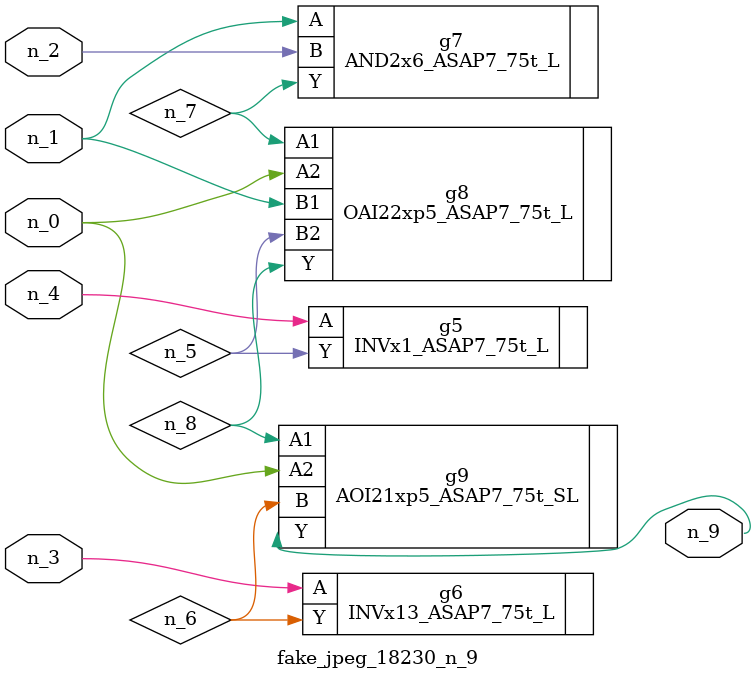
<source format=v>
module fake_jpeg_18230_n_9 (n_3, n_2, n_1, n_0, n_4, n_9);

input n_3;
input n_2;
input n_1;
input n_0;
input n_4;

output n_9;

wire n_8;
wire n_6;
wire n_5;
wire n_7;

INVx1_ASAP7_75t_L g5 ( 
.A(n_4),
.Y(n_5)
);

INVx13_ASAP7_75t_L g6 ( 
.A(n_3),
.Y(n_6)
);

AND2x6_ASAP7_75t_L g7 ( 
.A(n_1),
.B(n_2),
.Y(n_7)
);

OAI22xp5_ASAP7_75t_L g8 ( 
.A1(n_7),
.A2(n_0),
.B1(n_1),
.B2(n_5),
.Y(n_8)
);

AOI21xp5_ASAP7_75t_SL g9 ( 
.A1(n_8),
.A2(n_0),
.B(n_6),
.Y(n_9)
);


endmodule
</source>
